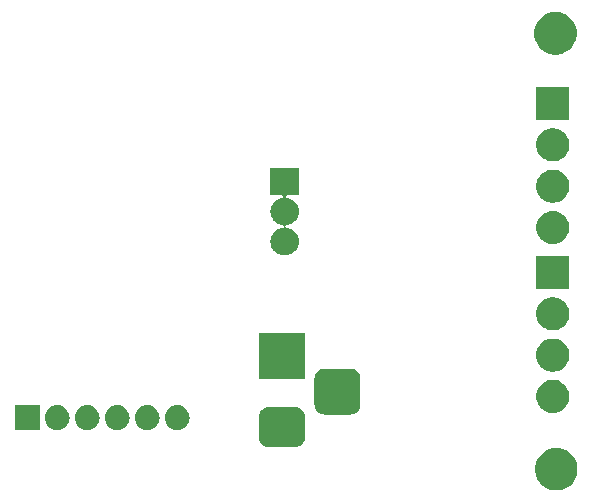
<source format=gbr>
G04 #@! TF.GenerationSoftware,KiCad,Pcbnew,(5.1.2-1)-1*
G04 #@! TF.CreationDate,2019-06-02T20:44:53-07:00*
G04 #@! TF.ProjectId,esp_lights,6573705f-6c69-4676-9874-732e6b696361,rev?*
G04 #@! TF.SameCoordinates,Original*
G04 #@! TF.FileFunction,Soldermask,Bot*
G04 #@! TF.FilePolarity,Negative*
%FSLAX46Y46*%
G04 Gerber Fmt 4.6, Leading zero omitted, Abs format (unit mm)*
G04 Created by KiCad (PCBNEW (5.1.2-1)-1) date 2019-06-02 20:44:53*
%MOMM*%
%LPD*%
G04 APERTURE LIST*
%ADD10C,0.100000*%
G04 APERTURE END LIST*
D10*
G36*
X189951163Y-99194587D02*
G01*
X190125041Y-99229173D01*
X190452620Y-99364861D01*
X190747433Y-99561849D01*
X190998151Y-99812567D01*
X191195139Y-100107380D01*
X191330827Y-100434959D01*
X191400000Y-100782716D01*
X191400000Y-101137284D01*
X191330827Y-101485041D01*
X191195139Y-101812620D01*
X190998151Y-102107433D01*
X190747433Y-102358151D01*
X190452620Y-102555139D01*
X190125041Y-102690827D01*
X189951163Y-102725413D01*
X189777286Y-102760000D01*
X189422714Y-102760000D01*
X189248838Y-102725414D01*
X189074959Y-102690827D01*
X188747380Y-102555139D01*
X188452567Y-102358151D01*
X188201849Y-102107433D01*
X188004861Y-101812620D01*
X187869173Y-101485041D01*
X187800000Y-101137284D01*
X187800000Y-100782716D01*
X187869173Y-100434959D01*
X188004861Y-100107380D01*
X188201849Y-99812567D01*
X188452567Y-99561849D01*
X188747380Y-99364861D01*
X189074959Y-99229173D01*
X189248837Y-99194587D01*
X189422714Y-99160000D01*
X189777286Y-99160000D01*
X189951163Y-99194587D01*
X189951163Y-99194587D01*
G37*
G36*
X167686017Y-95715724D02*
G01*
X167833631Y-95760503D01*
X167969671Y-95833218D01*
X168088918Y-95931082D01*
X168186782Y-96050329D01*
X168259497Y-96186369D01*
X168304276Y-96333983D01*
X168320000Y-96493640D01*
X168320000Y-98306360D01*
X168304276Y-98466017D01*
X168259497Y-98613631D01*
X168186782Y-98749671D01*
X168088918Y-98868918D01*
X167969671Y-98966782D01*
X167833631Y-99039497D01*
X167686017Y-99084276D01*
X167526360Y-99100000D01*
X165213640Y-99100000D01*
X165053983Y-99084276D01*
X164906369Y-99039497D01*
X164770329Y-98966782D01*
X164651082Y-98868918D01*
X164553218Y-98749671D01*
X164480503Y-98613631D01*
X164435724Y-98466017D01*
X164420000Y-98306360D01*
X164420000Y-96493640D01*
X164435724Y-96333983D01*
X164480503Y-96186369D01*
X164553218Y-96050329D01*
X164651082Y-95931082D01*
X164770329Y-95833218D01*
X164906369Y-95760503D01*
X165053983Y-95715724D01*
X165213640Y-95700000D01*
X167526360Y-95700000D01*
X167686017Y-95715724D01*
X167686017Y-95715724D01*
G37*
G36*
X157628707Y-95557597D02*
G01*
X157705836Y-95565193D01*
X157903762Y-95625233D01*
X157903765Y-95625234D01*
X158086170Y-95722732D01*
X158246055Y-95853945D01*
X158377268Y-96013830D01*
X158474766Y-96196235D01*
X158474767Y-96196238D01*
X158534807Y-96394164D01*
X158555080Y-96600000D01*
X158534807Y-96805836D01*
X158474767Y-97003762D01*
X158474766Y-97003765D01*
X158377268Y-97186170D01*
X158246055Y-97346055D01*
X158086170Y-97477268D01*
X157903765Y-97574766D01*
X157903762Y-97574767D01*
X157705836Y-97634807D01*
X157628707Y-97642403D01*
X157551580Y-97650000D01*
X157448420Y-97650000D01*
X157371293Y-97642403D01*
X157294164Y-97634807D01*
X157096238Y-97574767D01*
X157096235Y-97574766D01*
X156913830Y-97477268D01*
X156753945Y-97346055D01*
X156622732Y-97186170D01*
X156525234Y-97003765D01*
X156525233Y-97003762D01*
X156465193Y-96805836D01*
X156444920Y-96600000D01*
X156465193Y-96394164D01*
X156525233Y-96196238D01*
X156525234Y-96196235D01*
X156622732Y-96013830D01*
X156753945Y-95853945D01*
X156913830Y-95722732D01*
X157096235Y-95625234D01*
X157096238Y-95625233D01*
X157294164Y-95565193D01*
X157371293Y-95557597D01*
X157448420Y-95550000D01*
X157551580Y-95550000D01*
X157628707Y-95557597D01*
X157628707Y-95557597D01*
G37*
G36*
X155088707Y-95557597D02*
G01*
X155165836Y-95565193D01*
X155363762Y-95625233D01*
X155363765Y-95625234D01*
X155546170Y-95722732D01*
X155706055Y-95853945D01*
X155837268Y-96013830D01*
X155934766Y-96196235D01*
X155934767Y-96196238D01*
X155994807Y-96394164D01*
X156015080Y-96600000D01*
X155994807Y-96805836D01*
X155934767Y-97003762D01*
X155934766Y-97003765D01*
X155837268Y-97186170D01*
X155706055Y-97346055D01*
X155546170Y-97477268D01*
X155363765Y-97574766D01*
X155363762Y-97574767D01*
X155165836Y-97634807D01*
X155088707Y-97642403D01*
X155011580Y-97650000D01*
X154908420Y-97650000D01*
X154831293Y-97642403D01*
X154754164Y-97634807D01*
X154556238Y-97574767D01*
X154556235Y-97574766D01*
X154373830Y-97477268D01*
X154213945Y-97346055D01*
X154082732Y-97186170D01*
X153985234Y-97003765D01*
X153985233Y-97003762D01*
X153925193Y-96805836D01*
X153904920Y-96600000D01*
X153925193Y-96394164D01*
X153985233Y-96196238D01*
X153985234Y-96196235D01*
X154082732Y-96013830D01*
X154213945Y-95853945D01*
X154373830Y-95722732D01*
X154556235Y-95625234D01*
X154556238Y-95625233D01*
X154754164Y-95565193D01*
X154831293Y-95557597D01*
X154908420Y-95550000D01*
X155011580Y-95550000D01*
X155088707Y-95557597D01*
X155088707Y-95557597D01*
G37*
G36*
X152548707Y-95557597D02*
G01*
X152625836Y-95565193D01*
X152823762Y-95625233D01*
X152823765Y-95625234D01*
X153006170Y-95722732D01*
X153166055Y-95853945D01*
X153297268Y-96013830D01*
X153394766Y-96196235D01*
X153394767Y-96196238D01*
X153454807Y-96394164D01*
X153475080Y-96600000D01*
X153454807Y-96805836D01*
X153394767Y-97003762D01*
X153394766Y-97003765D01*
X153297268Y-97186170D01*
X153166055Y-97346055D01*
X153006170Y-97477268D01*
X152823765Y-97574766D01*
X152823762Y-97574767D01*
X152625836Y-97634807D01*
X152548707Y-97642403D01*
X152471580Y-97650000D01*
X152368420Y-97650000D01*
X152291293Y-97642403D01*
X152214164Y-97634807D01*
X152016238Y-97574767D01*
X152016235Y-97574766D01*
X151833830Y-97477268D01*
X151673945Y-97346055D01*
X151542732Y-97186170D01*
X151445234Y-97003765D01*
X151445233Y-97003762D01*
X151385193Y-96805836D01*
X151364920Y-96600000D01*
X151385193Y-96394164D01*
X151445233Y-96196238D01*
X151445234Y-96196235D01*
X151542732Y-96013830D01*
X151673945Y-95853945D01*
X151833830Y-95722732D01*
X152016235Y-95625234D01*
X152016238Y-95625233D01*
X152214164Y-95565193D01*
X152291293Y-95557597D01*
X152368420Y-95550000D01*
X152471580Y-95550000D01*
X152548707Y-95557597D01*
X152548707Y-95557597D01*
G37*
G36*
X150008707Y-95557597D02*
G01*
X150085836Y-95565193D01*
X150283762Y-95625233D01*
X150283765Y-95625234D01*
X150466170Y-95722732D01*
X150626055Y-95853945D01*
X150757268Y-96013830D01*
X150854766Y-96196235D01*
X150854767Y-96196238D01*
X150914807Y-96394164D01*
X150935080Y-96600000D01*
X150914807Y-96805836D01*
X150854767Y-97003762D01*
X150854766Y-97003765D01*
X150757268Y-97186170D01*
X150626055Y-97346055D01*
X150466170Y-97477268D01*
X150283765Y-97574766D01*
X150283762Y-97574767D01*
X150085836Y-97634807D01*
X150008707Y-97642403D01*
X149931580Y-97650000D01*
X149828420Y-97650000D01*
X149751293Y-97642403D01*
X149674164Y-97634807D01*
X149476238Y-97574767D01*
X149476235Y-97574766D01*
X149293830Y-97477268D01*
X149133945Y-97346055D01*
X149002732Y-97186170D01*
X148905234Y-97003765D01*
X148905233Y-97003762D01*
X148845193Y-96805836D01*
X148824920Y-96600000D01*
X148845193Y-96394164D01*
X148905233Y-96196238D01*
X148905234Y-96196235D01*
X149002732Y-96013830D01*
X149133945Y-95853945D01*
X149293830Y-95722732D01*
X149476235Y-95625234D01*
X149476238Y-95625233D01*
X149674164Y-95565193D01*
X149751293Y-95557597D01*
X149828420Y-95550000D01*
X149931580Y-95550000D01*
X150008707Y-95557597D01*
X150008707Y-95557597D01*
G37*
G36*
X147468707Y-95557597D02*
G01*
X147545836Y-95565193D01*
X147743762Y-95625233D01*
X147743765Y-95625234D01*
X147926170Y-95722732D01*
X148086055Y-95853945D01*
X148217268Y-96013830D01*
X148314766Y-96196235D01*
X148314767Y-96196238D01*
X148374807Y-96394164D01*
X148395080Y-96600000D01*
X148374807Y-96805836D01*
X148314767Y-97003762D01*
X148314766Y-97003765D01*
X148217268Y-97186170D01*
X148086055Y-97346055D01*
X147926170Y-97477268D01*
X147743765Y-97574766D01*
X147743762Y-97574767D01*
X147545836Y-97634807D01*
X147468707Y-97642403D01*
X147391580Y-97650000D01*
X147288420Y-97650000D01*
X147211293Y-97642403D01*
X147134164Y-97634807D01*
X146936238Y-97574767D01*
X146936235Y-97574766D01*
X146753830Y-97477268D01*
X146593945Y-97346055D01*
X146462732Y-97186170D01*
X146365234Y-97003765D01*
X146365233Y-97003762D01*
X146305193Y-96805836D01*
X146284920Y-96600000D01*
X146305193Y-96394164D01*
X146365233Y-96196238D01*
X146365234Y-96196235D01*
X146462732Y-96013830D01*
X146593945Y-95853945D01*
X146753830Y-95722732D01*
X146936235Y-95625234D01*
X146936238Y-95625233D01*
X147134164Y-95565193D01*
X147211293Y-95557597D01*
X147288420Y-95550000D01*
X147391580Y-95550000D01*
X147468707Y-95557597D01*
X147468707Y-95557597D01*
G37*
G36*
X145850000Y-97650000D02*
G01*
X143750000Y-97650000D01*
X143750000Y-95550000D01*
X145850000Y-95550000D01*
X145850000Y-97650000D01*
X145850000Y-97650000D01*
G37*
G36*
X172285400Y-92468126D02*
G01*
X172456470Y-92520020D01*
X172614121Y-92604286D01*
X172752308Y-92717692D01*
X172865714Y-92855879D01*
X172949980Y-93013530D01*
X173001874Y-93184600D01*
X173020000Y-93368640D01*
X173020000Y-95431360D01*
X173001874Y-95615400D01*
X172949980Y-95786470D01*
X172865714Y-95944121D01*
X172752308Y-96082308D01*
X172614121Y-96195714D01*
X172456470Y-96279980D01*
X172285400Y-96331874D01*
X172101360Y-96350000D01*
X170038640Y-96350000D01*
X169854600Y-96331874D01*
X169683530Y-96279980D01*
X169525879Y-96195714D01*
X169387692Y-96082308D01*
X169274286Y-95944121D01*
X169190020Y-95786470D01*
X169138126Y-95615400D01*
X169120000Y-95431360D01*
X169120000Y-93368640D01*
X169138126Y-93184600D01*
X169190020Y-93013530D01*
X169274286Y-92855879D01*
X169387692Y-92717692D01*
X169525879Y-92604286D01*
X169683530Y-92520020D01*
X169854600Y-92468126D01*
X170038640Y-92450000D01*
X172101360Y-92450000D01*
X172285400Y-92468126D01*
X172285400Y-92468126D01*
G37*
G36*
X189563572Y-93425000D02*
G01*
X189708365Y-93453801D01*
X189963149Y-93559336D01*
X190192448Y-93712549D01*
X190387451Y-93907552D01*
X190540664Y-94136851D01*
X190646199Y-94391635D01*
X190700000Y-94662112D01*
X190700000Y-94937888D01*
X190646199Y-95208365D01*
X190571575Y-95388523D01*
X190553832Y-95431360D01*
X190540664Y-95463149D01*
X190387451Y-95692448D01*
X190192448Y-95887451D01*
X189963149Y-96040664D01*
X189708365Y-96146199D01*
X189573126Y-96173100D01*
X189437889Y-96200000D01*
X189162111Y-96200000D01*
X189026873Y-96173099D01*
X188891635Y-96146199D01*
X188636851Y-96040664D01*
X188407552Y-95887451D01*
X188212549Y-95692448D01*
X188059336Y-95463149D01*
X188046169Y-95431360D01*
X188028425Y-95388523D01*
X187953801Y-95208365D01*
X187900000Y-94937888D01*
X187900000Y-94662112D01*
X187953801Y-94391635D01*
X188059336Y-94136851D01*
X188212549Y-93907552D01*
X188407552Y-93712549D01*
X188636851Y-93559336D01*
X188891635Y-93453801D01*
X189036428Y-93425000D01*
X189162111Y-93400000D01*
X189437889Y-93400000D01*
X189563572Y-93425000D01*
X189563572Y-93425000D01*
G37*
G36*
X168320000Y-93350000D02*
G01*
X164420000Y-93350000D01*
X164420000Y-89450000D01*
X168320000Y-89450000D01*
X168320000Y-93350000D01*
X168320000Y-93350000D01*
G37*
G36*
X189573127Y-89926901D02*
G01*
X189708365Y-89953801D01*
X189963149Y-90059336D01*
X190192448Y-90212549D01*
X190387451Y-90407552D01*
X190540664Y-90636851D01*
X190646199Y-90891635D01*
X190700000Y-91162112D01*
X190700000Y-91437888D01*
X190646199Y-91708365D01*
X190540664Y-91963149D01*
X190387451Y-92192448D01*
X190192448Y-92387451D01*
X189963149Y-92540664D01*
X189708365Y-92646199D01*
X189573126Y-92673100D01*
X189437889Y-92700000D01*
X189162111Y-92700000D01*
X189026874Y-92673100D01*
X188891635Y-92646199D01*
X188636851Y-92540664D01*
X188407552Y-92387451D01*
X188212549Y-92192448D01*
X188059336Y-91963149D01*
X187953801Y-91708365D01*
X187900000Y-91437888D01*
X187900000Y-91162112D01*
X187953801Y-90891635D01*
X188059336Y-90636851D01*
X188212549Y-90407552D01*
X188407552Y-90212549D01*
X188636851Y-90059336D01*
X188891635Y-89953801D01*
X189026874Y-89926900D01*
X189162111Y-89900000D01*
X189437889Y-89900000D01*
X189573127Y-89926901D01*
X189573127Y-89926901D01*
G37*
G36*
X189573127Y-86426901D02*
G01*
X189708365Y-86453801D01*
X189963149Y-86559336D01*
X190192448Y-86712549D01*
X190387451Y-86907552D01*
X190540664Y-87136851D01*
X190646199Y-87391635D01*
X190700000Y-87662112D01*
X190700000Y-87937888D01*
X190646199Y-88208365D01*
X190540664Y-88463149D01*
X190387451Y-88692448D01*
X190192448Y-88887451D01*
X189963149Y-89040664D01*
X189708365Y-89146199D01*
X189573126Y-89173100D01*
X189437889Y-89200000D01*
X189162111Y-89200000D01*
X189026874Y-89173100D01*
X188891635Y-89146199D01*
X188636851Y-89040664D01*
X188407552Y-88887451D01*
X188212549Y-88692448D01*
X188059336Y-88463149D01*
X187953801Y-88208365D01*
X187900000Y-87937888D01*
X187900000Y-87662112D01*
X187953801Y-87391635D01*
X188059336Y-87136851D01*
X188212549Y-86907552D01*
X188407552Y-86712549D01*
X188636851Y-86559336D01*
X188891635Y-86453801D01*
X189026873Y-86426901D01*
X189162111Y-86400000D01*
X189437889Y-86400000D01*
X189573127Y-86426901D01*
X189573127Y-86426901D01*
G37*
G36*
X190700000Y-85700000D02*
G01*
X187900000Y-85700000D01*
X187900000Y-82900000D01*
X190700000Y-82900000D01*
X190700000Y-85700000D01*
X190700000Y-85700000D01*
G37*
G36*
X167800000Y-77752500D02*
G01*
X166862531Y-77752500D01*
X166838145Y-77754902D01*
X166814696Y-77762015D01*
X166793085Y-77773566D01*
X166774143Y-77789111D01*
X166758598Y-77808053D01*
X166747047Y-77829664D01*
X166739934Y-77853113D01*
X166737532Y-77877499D01*
X166739934Y-77901885D01*
X166747047Y-77925334D01*
X166758598Y-77946945D01*
X166774143Y-77965887D01*
X166793085Y-77981432D01*
X166814696Y-77992983D01*
X166850279Y-78001896D01*
X166873429Y-78004176D01*
X167090676Y-78070077D01*
X167090679Y-78070078D01*
X167270344Y-78166112D01*
X167290893Y-78177095D01*
X167336607Y-78214612D01*
X167466384Y-78321116D01*
X167572888Y-78450893D01*
X167610405Y-78496607D01*
X167610406Y-78496609D01*
X167717422Y-78696821D01*
X167783324Y-78914072D01*
X167805576Y-79140000D01*
X167783324Y-79365928D01*
X167717422Y-79583179D01*
X167704394Y-79607552D01*
X167610405Y-79783393D01*
X167572888Y-79829107D01*
X167466384Y-79958884D01*
X167336607Y-80065388D01*
X167290893Y-80102905D01*
X167290891Y-80102906D01*
X167090679Y-80209922D01*
X167090676Y-80209923D01*
X166873429Y-80275824D01*
X166795961Y-80283454D01*
X166774141Y-80285603D01*
X166750108Y-80290383D01*
X166727469Y-80299761D01*
X166707094Y-80313375D01*
X166689767Y-80330702D01*
X166676154Y-80351076D01*
X166666776Y-80373715D01*
X166661996Y-80397748D01*
X166661996Y-80422252D01*
X166666776Y-80446285D01*
X166676154Y-80468924D01*
X166689768Y-80489299D01*
X166707095Y-80506626D01*
X166727469Y-80520239D01*
X166750108Y-80529617D01*
X166774141Y-80534397D01*
X166873429Y-80544176D01*
X167090676Y-80610077D01*
X167090679Y-80610078D01*
X167142709Y-80637889D01*
X167290893Y-80717095D01*
X167336607Y-80754612D01*
X167466384Y-80861116D01*
X167572888Y-80990893D01*
X167610405Y-81036607D01*
X167610406Y-81036609D01*
X167717422Y-81236821D01*
X167783324Y-81454072D01*
X167805576Y-81680000D01*
X167783324Y-81905928D01*
X167717422Y-82123179D01*
X167621388Y-82302844D01*
X167610405Y-82323393D01*
X167572888Y-82369107D01*
X167466384Y-82498884D01*
X167336607Y-82605388D01*
X167290893Y-82642905D01*
X167290891Y-82642906D01*
X167090679Y-82749922D01*
X167090676Y-82749923D01*
X166873429Y-82815824D01*
X166816991Y-82821383D01*
X166704116Y-82832500D01*
X166495884Y-82832500D01*
X166383009Y-82821383D01*
X166326571Y-82815824D01*
X166109324Y-82749923D01*
X166109321Y-82749922D01*
X165909109Y-82642906D01*
X165909107Y-82642905D01*
X165863393Y-82605388D01*
X165733616Y-82498884D01*
X165627112Y-82369107D01*
X165589595Y-82323393D01*
X165578612Y-82302844D01*
X165482578Y-82123179D01*
X165416676Y-81905928D01*
X165394424Y-81680000D01*
X165416676Y-81454072D01*
X165482578Y-81236821D01*
X165589594Y-81036609D01*
X165589595Y-81036607D01*
X165627112Y-80990893D01*
X165733616Y-80861116D01*
X165863393Y-80754612D01*
X165909107Y-80717095D01*
X166057291Y-80637889D01*
X166109321Y-80610078D01*
X166109324Y-80610077D01*
X166326571Y-80544176D01*
X166425859Y-80534397D01*
X166449892Y-80529617D01*
X166472531Y-80520239D01*
X166492906Y-80506625D01*
X166510233Y-80489298D01*
X166523846Y-80468924D01*
X166533224Y-80446285D01*
X166538004Y-80422252D01*
X166538004Y-80397748D01*
X166533224Y-80373715D01*
X166523846Y-80351076D01*
X166510232Y-80330701D01*
X166492905Y-80313374D01*
X166472531Y-80299761D01*
X166449892Y-80290383D01*
X166425859Y-80285603D01*
X166404039Y-80283454D01*
X166326571Y-80275824D01*
X166109324Y-80209923D01*
X166109321Y-80209922D01*
X165909109Y-80102906D01*
X165909107Y-80102905D01*
X165863393Y-80065388D01*
X165733616Y-79958884D01*
X165627112Y-79829107D01*
X165589595Y-79783393D01*
X165495606Y-79607552D01*
X165482578Y-79583179D01*
X165416676Y-79365928D01*
X165394424Y-79140000D01*
X165416676Y-78914072D01*
X165482578Y-78696821D01*
X165589594Y-78496609D01*
X165589595Y-78496607D01*
X165627112Y-78450893D01*
X165733616Y-78321116D01*
X165863393Y-78214612D01*
X165909107Y-78177095D01*
X165929656Y-78166112D01*
X166109321Y-78070078D01*
X166109324Y-78070077D01*
X166326571Y-78004176D01*
X166349722Y-78001896D01*
X166373755Y-77997115D01*
X166396393Y-77987738D01*
X166416768Y-77974124D01*
X166434095Y-77956797D01*
X166447708Y-77936423D01*
X166457086Y-77913784D01*
X166461866Y-77889751D01*
X166461866Y-77865247D01*
X166457085Y-77841213D01*
X166447708Y-77818575D01*
X166434094Y-77798200D01*
X166416767Y-77780873D01*
X166396393Y-77767260D01*
X166373754Y-77757882D01*
X166337469Y-77752500D01*
X165400000Y-77752500D01*
X165400000Y-75447500D01*
X167800000Y-75447500D01*
X167800000Y-77752500D01*
X167800000Y-77752500D01*
G37*
G36*
X189573127Y-79126901D02*
G01*
X189708365Y-79153801D01*
X189963149Y-79259336D01*
X190192448Y-79412549D01*
X190387451Y-79607552D01*
X190387452Y-79607554D01*
X190540665Y-79836853D01*
X190646199Y-80091636D01*
X190690306Y-80313374D01*
X190700000Y-80362112D01*
X190700000Y-80637888D01*
X190646199Y-80908365D01*
X190540664Y-81163149D01*
X190387451Y-81392448D01*
X190192448Y-81587451D01*
X189963149Y-81740664D01*
X189708365Y-81846199D01*
X189573127Y-81873099D01*
X189437889Y-81900000D01*
X189162111Y-81900000D01*
X189026873Y-81873099D01*
X188891635Y-81846199D01*
X188636851Y-81740664D01*
X188407552Y-81587451D01*
X188212549Y-81392448D01*
X188059336Y-81163149D01*
X187953801Y-80908365D01*
X187900000Y-80637888D01*
X187900000Y-80362112D01*
X187909695Y-80313374D01*
X187953801Y-80091636D01*
X188059335Y-79836853D01*
X188212548Y-79607554D01*
X188212549Y-79607552D01*
X188407552Y-79412549D01*
X188636851Y-79259336D01*
X188891635Y-79153801D01*
X189026874Y-79126900D01*
X189162111Y-79100000D01*
X189437889Y-79100000D01*
X189573127Y-79126901D01*
X189573127Y-79126901D01*
G37*
G36*
X189573126Y-75626900D02*
G01*
X189708365Y-75653801D01*
X189963149Y-75759336D01*
X190192448Y-75912549D01*
X190387451Y-76107552D01*
X190540664Y-76336851D01*
X190646199Y-76591635D01*
X190700000Y-76862112D01*
X190700000Y-77137888D01*
X190646199Y-77408365D01*
X190540664Y-77663149D01*
X190387451Y-77892448D01*
X190192448Y-78087451D01*
X189963149Y-78240664D01*
X189708365Y-78346199D01*
X189573127Y-78373099D01*
X189437889Y-78400000D01*
X189162111Y-78400000D01*
X189026873Y-78373099D01*
X188891635Y-78346199D01*
X188636851Y-78240664D01*
X188407552Y-78087451D01*
X188212549Y-77892448D01*
X188059336Y-77663149D01*
X187953801Y-77408365D01*
X187900000Y-77137888D01*
X187900000Y-76862112D01*
X187953801Y-76591635D01*
X188059336Y-76336851D01*
X188212549Y-76107552D01*
X188407552Y-75912549D01*
X188636851Y-75759336D01*
X188891635Y-75653801D01*
X189026874Y-75626900D01*
X189162111Y-75600000D01*
X189437889Y-75600000D01*
X189573126Y-75626900D01*
X189573126Y-75626900D01*
G37*
G36*
X189573126Y-72126900D02*
G01*
X189708365Y-72153801D01*
X189963149Y-72259336D01*
X190192448Y-72412549D01*
X190387451Y-72607552D01*
X190540664Y-72836851D01*
X190646199Y-73091635D01*
X190700000Y-73362112D01*
X190700000Y-73637888D01*
X190646199Y-73908365D01*
X190540664Y-74163149D01*
X190387451Y-74392448D01*
X190192448Y-74587451D01*
X189963149Y-74740664D01*
X189708365Y-74846199D01*
X189573127Y-74873099D01*
X189437889Y-74900000D01*
X189162111Y-74900000D01*
X189026873Y-74873099D01*
X188891635Y-74846199D01*
X188636851Y-74740664D01*
X188407552Y-74587451D01*
X188212549Y-74392448D01*
X188059336Y-74163149D01*
X187953801Y-73908365D01*
X187900000Y-73637888D01*
X187900000Y-73362112D01*
X187953801Y-73091635D01*
X188059336Y-72836851D01*
X188212549Y-72607552D01*
X188407552Y-72412549D01*
X188636851Y-72259336D01*
X188891635Y-72153801D01*
X189026874Y-72126900D01*
X189162111Y-72100000D01*
X189437889Y-72100000D01*
X189573126Y-72126900D01*
X189573126Y-72126900D01*
G37*
G36*
X190700000Y-71400000D02*
G01*
X187900000Y-71400000D01*
X187900000Y-68600000D01*
X190700000Y-68600000D01*
X190700000Y-71400000D01*
X190700000Y-71400000D01*
G37*
G36*
X189881163Y-62294587D02*
G01*
X190055041Y-62329173D01*
X190382620Y-62464861D01*
X190677433Y-62661849D01*
X190928151Y-62912567D01*
X191125139Y-63207380D01*
X191260827Y-63534959D01*
X191330000Y-63882716D01*
X191330000Y-64237284D01*
X191260827Y-64585041D01*
X191125139Y-64912620D01*
X190928151Y-65207433D01*
X190677433Y-65458151D01*
X190382620Y-65655139D01*
X190055041Y-65790827D01*
X189881162Y-65825414D01*
X189707286Y-65860000D01*
X189352714Y-65860000D01*
X189178838Y-65825414D01*
X189004959Y-65790827D01*
X188677380Y-65655139D01*
X188382567Y-65458151D01*
X188131849Y-65207433D01*
X187934861Y-64912620D01*
X187799173Y-64585041D01*
X187730000Y-64237284D01*
X187730000Y-63882716D01*
X187799173Y-63534959D01*
X187934861Y-63207380D01*
X188131849Y-62912567D01*
X188382567Y-62661849D01*
X188677380Y-62464861D01*
X189004959Y-62329173D01*
X189178837Y-62294587D01*
X189352714Y-62260000D01*
X189707286Y-62260000D01*
X189881163Y-62294587D01*
X189881163Y-62294587D01*
G37*
M02*

</source>
